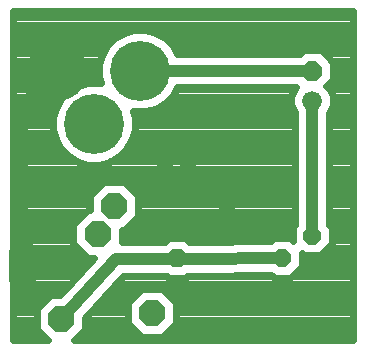
<source format=gbl>
G75*
%MOIN*%
%OFA0B0*%
%FSLAX25Y25*%
%IPPOS*%
%LPD*%
%AMOC8*
5,1,8,0,0,1.08239X$1,22.5*
%
%ADD10OC8,0.06600*%
%ADD11C,0.06600*%
%ADD12OC8,0.06200*%
%ADD13OC8,0.05906*%
%ADD14C,0.08858*%
%ADD15OC8,0.08858*%
%ADD16C,0.20000*%
%ADD17C,0.04000*%
%ADD18C,0.02400*%
D10*
X0119786Y0097200D03*
D11*
X0119786Y0087200D03*
D12*
X0074786Y0069700D03*
X0074786Y0034700D03*
D13*
X0099786Y0042200D03*
X0109786Y0034700D03*
X0119786Y0042200D03*
D14*
X0023054Y0036629D02*
X0023054Y0027771D01*
D15*
X0036046Y0014287D03*
X0066361Y0016452D03*
X0048250Y0042633D03*
X0053762Y0052082D03*
D16*
X0046991Y0079483D03*
X0034786Y0097200D03*
X0062345Y0097200D03*
D17*
X0119786Y0097200D01*
X0119786Y0087200D02*
X0119786Y0042200D01*
X0109786Y0034700D02*
X0079806Y0034476D01*
X0079786Y0034497D01*
X0074786Y0034700D01*
X0079806Y0034476D02*
X0054372Y0034287D01*
X0036046Y0014287D01*
X0023054Y0032200D02*
X0023054Y0062200D01*
X0067286Y0062200D01*
X0074786Y0069700D01*
X0099786Y0042200D01*
X0034786Y0097200D02*
X0023054Y0085468D01*
X0023054Y0062200D01*
D18*
X0019986Y0116961D02*
X0019986Y0007400D01*
X0031577Y0007400D01*
X0028017Y0010961D01*
X0028017Y0017612D01*
X0032720Y0022316D01*
X0035808Y0022316D01*
X0047068Y0034604D01*
X0044925Y0034604D01*
X0040221Y0039307D01*
X0040221Y0045959D01*
X0044925Y0050662D01*
X0045733Y0050662D01*
X0045733Y0055408D01*
X0050436Y0060111D01*
X0057088Y0060111D01*
X0061791Y0055408D01*
X0061791Y0048756D01*
X0057088Y0044053D01*
X0056280Y0044053D01*
X0056280Y0039901D01*
X0070619Y0040008D01*
X0072011Y0041400D01*
X0077561Y0041400D01*
X0078820Y0040141D01*
X0079900Y0040097D01*
X0080900Y0040097D01*
X0080928Y0040085D01*
X0106091Y0040273D01*
X0107072Y0041253D01*
X0112500Y0041253D01*
X0113233Y0040520D01*
X0113233Y0044914D01*
X0114186Y0045867D01*
X0114186Y0083042D01*
X0113936Y0083291D01*
X0112886Y0085827D01*
X0112886Y0088572D01*
X0113936Y0091109D01*
X0114428Y0091600D01*
X0074816Y0091600D01*
X0073228Y0088849D01*
X0070695Y0086317D01*
X0067594Y0084527D01*
X0064135Y0083600D01*
X0060554Y0083600D01*
X0059922Y0083770D01*
X0060591Y0081274D01*
X0060591Y0077693D01*
X0059664Y0074234D01*
X0057873Y0071133D01*
X0055341Y0068601D01*
X0052240Y0066810D01*
X0048781Y0065883D01*
X0045200Y0065883D01*
X0041741Y0066810D01*
X0038640Y0068601D01*
X0036108Y0071133D01*
X0034317Y0074234D01*
X0033391Y0077693D01*
X0033391Y0081274D01*
X0034317Y0084733D01*
X0036108Y0087834D01*
X0038640Y0090366D01*
X0041741Y0092157D01*
X0045200Y0093083D01*
X0048781Y0093083D01*
X0049414Y0092914D01*
X0048745Y0095410D01*
X0048745Y0098990D01*
X0049672Y0102449D01*
X0051462Y0105551D01*
X0053994Y0108083D01*
X0057095Y0109873D01*
X0060554Y0110800D01*
X0064135Y0110800D01*
X0067594Y0109873D01*
X0070695Y0108083D01*
X0073228Y0105551D01*
X0074816Y0102800D01*
X0115628Y0102800D01*
X0116928Y0104100D01*
X0122644Y0104100D01*
X0126686Y0100058D01*
X0126686Y0094342D01*
X0124544Y0092200D01*
X0125635Y0091109D01*
X0126686Y0088572D01*
X0126686Y0085827D01*
X0125635Y0083291D01*
X0125386Y0083042D01*
X0125386Y0045867D01*
X0126339Y0044914D01*
X0126339Y0039486D01*
X0122500Y0035647D01*
X0117072Y0035647D01*
X0116339Y0036380D01*
X0116339Y0031986D01*
X0112500Y0028147D01*
X0107072Y0028147D01*
X0106146Y0029073D01*
X0080940Y0028885D01*
X0080920Y0028876D01*
X0080727Y0028876D01*
X0080671Y0028856D01*
X0080171Y0028876D01*
X0079827Y0028876D01*
X0078734Y0028868D01*
X0078427Y0028866D01*
X0077561Y0028000D01*
X0072011Y0028000D01*
X0071199Y0028812D01*
X0056853Y0028705D01*
X0044075Y0014760D01*
X0044075Y0010961D01*
X0040514Y0007400D01*
X0133287Y0007400D01*
X0133287Y0116961D01*
X0019986Y0116961D01*
X0019986Y0114930D02*
X0133287Y0114930D01*
X0133287Y0112532D02*
X0019986Y0112532D01*
X0019986Y0110133D02*
X0058065Y0110133D01*
X0053646Y0107734D02*
X0019986Y0107734D01*
X0019986Y0105336D02*
X0051338Y0105336D01*
X0049953Y0102937D02*
X0019986Y0102937D01*
X0019986Y0100539D02*
X0049160Y0100539D01*
X0048745Y0098140D02*
X0019986Y0098140D01*
X0019986Y0095742D02*
X0048745Y0095742D01*
X0049298Y0093343D02*
X0019986Y0093343D01*
X0019986Y0090945D02*
X0039642Y0090945D01*
X0036820Y0088546D02*
X0019986Y0088546D01*
X0019986Y0086148D02*
X0035134Y0086148D01*
X0034054Y0083749D02*
X0019986Y0083749D01*
X0019986Y0081351D02*
X0033411Y0081351D01*
X0033391Y0078952D02*
X0019986Y0078952D01*
X0019986Y0076554D02*
X0033696Y0076554D01*
X0034363Y0074155D02*
X0019986Y0074155D01*
X0019986Y0071757D02*
X0035748Y0071757D01*
X0037882Y0069358D02*
X0019986Y0069358D01*
X0019986Y0066960D02*
X0041482Y0066960D01*
X0050090Y0059764D02*
X0019986Y0059764D01*
X0019986Y0062163D02*
X0114186Y0062163D01*
X0114186Y0059764D02*
X0057435Y0059764D01*
X0059833Y0057366D02*
X0114186Y0057366D01*
X0114186Y0054967D02*
X0061791Y0054967D01*
X0061791Y0052569D02*
X0114186Y0052569D01*
X0114186Y0050170D02*
X0061791Y0050170D01*
X0060807Y0047772D02*
X0114186Y0047772D01*
X0113692Y0045373D02*
X0058408Y0045373D01*
X0056280Y0042975D02*
X0113233Y0042975D01*
X0113177Y0040576D02*
X0113233Y0040576D01*
X0116339Y0035779D02*
X0116940Y0035779D01*
X0116339Y0033381D02*
X0133287Y0033381D01*
X0133287Y0035779D02*
X0122632Y0035779D01*
X0125030Y0038178D02*
X0133287Y0038178D01*
X0133287Y0040576D02*
X0126339Y0040576D01*
X0126339Y0042975D02*
X0133287Y0042975D01*
X0133287Y0045373D02*
X0125880Y0045373D01*
X0125386Y0047772D02*
X0133287Y0047772D01*
X0133287Y0050170D02*
X0125386Y0050170D01*
X0125386Y0052569D02*
X0133287Y0052569D01*
X0133287Y0054967D02*
X0125386Y0054967D01*
X0125386Y0057366D02*
X0133287Y0057366D01*
X0133287Y0059764D02*
X0125386Y0059764D01*
X0125386Y0062163D02*
X0133287Y0062163D01*
X0133287Y0064561D02*
X0125386Y0064561D01*
X0125386Y0066960D02*
X0133287Y0066960D01*
X0133287Y0069358D02*
X0125386Y0069358D01*
X0125386Y0071757D02*
X0133287Y0071757D01*
X0133287Y0074155D02*
X0125386Y0074155D01*
X0125386Y0076554D02*
X0133287Y0076554D01*
X0133287Y0078952D02*
X0125386Y0078952D01*
X0125386Y0081351D02*
X0133287Y0081351D01*
X0133287Y0083749D02*
X0125825Y0083749D01*
X0126686Y0086148D02*
X0133287Y0086148D01*
X0133287Y0088546D02*
X0126686Y0088546D01*
X0125703Y0090945D02*
X0133287Y0090945D01*
X0133287Y0093343D02*
X0125687Y0093343D01*
X0126686Y0095742D02*
X0133287Y0095742D01*
X0133287Y0098140D02*
X0126686Y0098140D01*
X0126205Y0100539D02*
X0133287Y0100539D01*
X0133287Y0102937D02*
X0123806Y0102937D01*
X0115765Y0102937D02*
X0074736Y0102937D01*
X0073351Y0105336D02*
X0133287Y0105336D01*
X0133287Y0107734D02*
X0071044Y0107734D01*
X0066625Y0110133D02*
X0133287Y0110133D01*
X0113869Y0090945D02*
X0074437Y0090945D01*
X0072925Y0088546D02*
X0112886Y0088546D01*
X0112886Y0086148D02*
X0070402Y0086148D01*
X0064693Y0083749D02*
X0113747Y0083749D01*
X0114186Y0081351D02*
X0060570Y0081351D01*
X0060591Y0078952D02*
X0114186Y0078952D01*
X0114186Y0076554D02*
X0060285Y0076554D01*
X0059618Y0074155D02*
X0114186Y0074155D01*
X0114186Y0071757D02*
X0058233Y0071757D01*
X0056099Y0069358D02*
X0114186Y0069358D01*
X0114186Y0066960D02*
X0052499Y0066960D01*
X0047691Y0057366D02*
X0019986Y0057366D01*
X0019986Y0054967D02*
X0045733Y0054967D01*
X0045733Y0052569D02*
X0019986Y0052569D01*
X0019986Y0050170D02*
X0044433Y0050170D01*
X0042034Y0047772D02*
X0019986Y0047772D01*
X0019986Y0045373D02*
X0040221Y0045373D01*
X0040221Y0042975D02*
X0019986Y0042975D01*
X0019986Y0040576D02*
X0040221Y0040576D01*
X0041351Y0038178D02*
X0019986Y0038178D01*
X0019986Y0035779D02*
X0043749Y0035779D01*
X0045947Y0033381D02*
X0019986Y0033381D01*
X0019986Y0030982D02*
X0043749Y0030982D01*
X0041551Y0028584D02*
X0019986Y0028584D01*
X0019986Y0026185D02*
X0039353Y0026185D01*
X0037155Y0023787D02*
X0019986Y0023787D01*
X0019986Y0021388D02*
X0031792Y0021388D01*
X0029394Y0018990D02*
X0019986Y0018990D01*
X0019986Y0016591D02*
X0028017Y0016591D01*
X0028017Y0014193D02*
X0019986Y0014193D01*
X0019986Y0011794D02*
X0028017Y0011794D01*
X0029582Y0009396D02*
X0019986Y0009396D01*
X0042509Y0009396D02*
X0062062Y0009396D01*
X0063035Y0008423D02*
X0069686Y0008423D01*
X0074390Y0013126D01*
X0074390Y0019778D01*
X0069686Y0024481D01*
X0063035Y0024481D01*
X0058331Y0019778D01*
X0058331Y0013126D01*
X0063035Y0008423D01*
X0059664Y0011794D02*
X0044075Y0011794D01*
X0044075Y0014193D02*
X0058331Y0014193D01*
X0058331Y0016591D02*
X0045753Y0016591D01*
X0047951Y0018990D02*
X0058331Y0018990D01*
X0059942Y0021388D02*
X0050149Y0021388D01*
X0052346Y0023787D02*
X0062340Y0023787D01*
X0056742Y0028584D02*
X0071427Y0028584D01*
X0070381Y0023787D02*
X0133287Y0023787D01*
X0133287Y0026185D02*
X0054544Y0026185D01*
X0056280Y0040576D02*
X0071187Y0040576D01*
X0078385Y0040576D02*
X0106395Y0040576D01*
X0115335Y0030982D02*
X0133287Y0030982D01*
X0133287Y0028584D02*
X0112936Y0028584D01*
X0106635Y0028584D02*
X0078145Y0028584D01*
X0072779Y0021388D02*
X0133287Y0021388D01*
X0133287Y0018990D02*
X0074390Y0018990D01*
X0074390Y0016591D02*
X0133287Y0016591D01*
X0133287Y0014193D02*
X0074390Y0014193D01*
X0073058Y0011794D02*
X0133287Y0011794D01*
X0133287Y0009396D02*
X0070659Y0009396D01*
X0114186Y0064561D02*
X0019986Y0064561D01*
X0059927Y0083749D02*
X0059997Y0083749D01*
M02*

</source>
